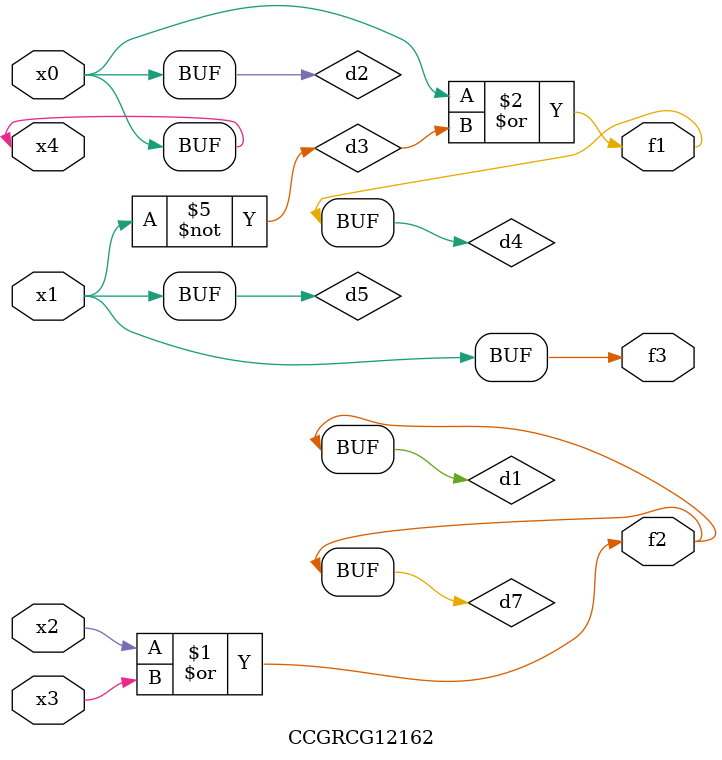
<source format=v>
module CCGRCG12162(
	input x0, x1, x2, x3, x4,
	output f1, f2, f3
);

	wire d1, d2, d3, d4, d5, d6, d7;

	or (d1, x2, x3);
	buf (d2, x0, x4);
	not (d3, x1);
	or (d4, d2, d3);
	not (d5, d3);
	nand (d6, d1, d3);
	or (d7, d1);
	assign f1 = d4;
	assign f2 = d7;
	assign f3 = d5;
endmodule

</source>
